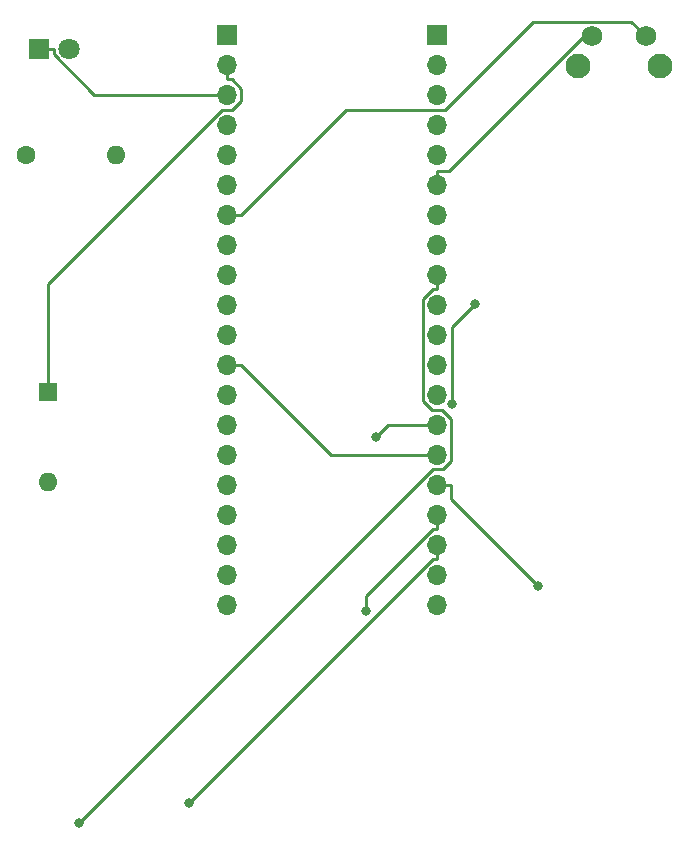
<source format=gbr>
%TF.GenerationSoftware,KiCad,Pcbnew,8.0.4*%
%TF.CreationDate,2024-08-02T18:27:15+02:00*%
%TF.ProjectId,PiChannelF,50694368-616e-46e6-956c-462e6b696361,1*%
%TF.SameCoordinates,Original*%
%TF.FileFunction,Copper,L2,Bot*%
%TF.FilePolarity,Positive*%
%FSLAX46Y46*%
G04 Gerber Fmt 4.6, Leading zero omitted, Abs format (unit mm)*
G04 Created by KiCad (PCBNEW 8.0.4) date 2024-08-02 18:27:15*
%MOMM*%
%LPD*%
G01*
G04 APERTURE LIST*
%TA.AperFunction,ComponentPad*%
%ADD10C,1.600000*%
%TD*%
%TA.AperFunction,ComponentPad*%
%ADD11O,1.600000X1.600000*%
%TD*%
%TA.AperFunction,ComponentPad*%
%ADD12R,1.800000X1.800000*%
%TD*%
%TA.AperFunction,ComponentPad*%
%ADD13C,1.800000*%
%TD*%
%TA.AperFunction,ComponentPad*%
%ADD14R,1.600000X1.600000*%
%TD*%
%TA.AperFunction,ComponentPad*%
%ADD15R,1.700000X1.700000*%
%TD*%
%TA.AperFunction,ComponentPad*%
%ADD16O,1.700000X1.700000*%
%TD*%
%TA.AperFunction,ComponentPad*%
%ADD17C,2.100000*%
%TD*%
%TA.AperFunction,ComponentPad*%
%ADD18C,1.750000*%
%TD*%
%TA.AperFunction,ViaPad*%
%ADD19C,0.800000*%
%TD*%
%TA.AperFunction,Conductor*%
%ADD20C,0.250000*%
%TD*%
G04 APERTURE END LIST*
D10*
%TO.P,R1,1*%
%TO.N,Net-(D2-A)*%
X74005000Y-38225000D03*
D11*
%TO.P,R1,2*%
%TO.N,LED*%
X81625000Y-38225000D03*
%TD*%
D12*
%TO.P,D2,1,K*%
%TO.N,GND*%
X75135000Y-29275000D03*
D13*
%TO.P,D2,2,A*%
%TO.N,Net-(D2-A)*%
X77675000Y-29275000D03*
%TD*%
D14*
%TO.P,D1,1,K*%
%TO.N,Net-(D1-K)*%
X75850000Y-58300000D03*
D11*
%TO.P,D1,2,A*%
%TO.N,+5V*%
X75850000Y-65920000D03*
%TD*%
D15*
%TO.P,J1,1,Pin_1*%
%TO.N,D0*%
X108825000Y-28085000D03*
D16*
%TO.P,J1,2,Pin_2*%
%TO.N,D1*%
X108825000Y-30625000D03*
%TO.P,J1,3,Pin_3*%
%TO.N,D2*%
X108825000Y-33165000D03*
%TO.P,J1,4,Pin_4*%
%TO.N,D3*%
X108825000Y-35705000D03*
%TO.P,J1,5,Pin_5*%
%TO.N,D4*%
X108825000Y-38245000D03*
%TO.P,J1,6,Pin_6*%
%TO.N,GND*%
X108825000Y-40785000D03*
%TO.P,J1,7,Pin_7*%
%TO.N,D5*%
X108825000Y-43325000D03*
%TO.P,J1,8,Pin_8*%
%TO.N,D6*%
X108825000Y-45865000D03*
%TO.P,J1,9,Pin_9*%
%TO.N,D7*%
X108825000Y-48405000D03*
%TO.P,J1,10,Pin_10*%
%TO.N,ROMC0*%
X108825000Y-50945000D03*
%TO.P,J1,11,Pin_11*%
%TO.N,ROMC1*%
X108825000Y-53485000D03*
%TO.P,J1,12,Pin_12*%
%TO.N,ROMC2*%
X108825000Y-56025000D03*
%TO.P,J1,13,Pin_13*%
%TO.N,ROMC3*%
X108825000Y-58565000D03*
%TO.P,J1,14,Pin_14*%
%TO.N,ROMC4*%
X108825000Y-61105000D03*
%TO.P,J1,15,Pin_15*%
%TO.N,GND*%
X108825000Y-63645000D03*
%TO.P,J1,16,Pin_16*%
%TO.N,~{INTREQ}*%
X108825000Y-66185000D03*
%TO.P,J1,17,Pin_17*%
%TO.N,PHI*%
X108825000Y-68725000D03*
%TO.P,J1,18,Pin_18*%
%TO.N,WRITE*%
X108825000Y-71265000D03*
%TO.P,J1,19,Pin_19*%
%TO.N,unconnected-(J1-Pin_19-Pad19)*%
X108825000Y-73805000D03*
%TO.P,J1,20,Pin_20*%
%TO.N,unconnected-(J1-Pin_20-Pad20)*%
X108825000Y-76345000D03*
%TD*%
D17*
%TO.P,SW1,*%
%TO.N,*%
X127725000Y-30690000D03*
X120715000Y-30690000D03*
D18*
%TO.P,SW1,1,1*%
%TO.N,RST*%
X126475000Y-28200000D03*
%TO.P,SW1,2,2*%
%TO.N,GND*%
X121975000Y-28200000D03*
%TD*%
D15*
%TO.P,J2,1,Pin_1*%
%TO.N,unconnected-(J2-Pin_1-Pad1)*%
X91050000Y-28085000D03*
D16*
%TO.P,J2,2,Pin_2*%
%TO.N,Net-(D1-K)*%
X91050000Y-30625000D03*
%TO.P,J2,3,Pin_3*%
%TO.N,GND*%
X91050000Y-33165000D03*
%TO.P,J2,4,Pin_4*%
%TO.N,unconnected-(J2-Pin_4-Pad4)*%
X91050000Y-35705000D03*
%TO.P,J2,5,Pin_5*%
%TO.N,unconnected-(J2-Pin_5-Pad5)*%
X91050000Y-38245000D03*
%TO.P,J2,6,Pin_6*%
%TO.N,GND*%
X91050000Y-40785000D03*
%TO.P,J2,7,Pin_7*%
%TO.N,RST*%
X91050000Y-43325000D03*
%TO.P,J2,8,Pin_8*%
%TO.N,unconnected-(J2-Pin_8-Pad8)*%
X91050000Y-45865000D03*
%TO.P,J2,9,Pin_9*%
%TO.N,unconnected-(J2-Pin_9-Pad9)*%
X91050000Y-48405000D03*
%TO.P,J2,10,Pin_10*%
%TO.N,unconnected-(J2-Pin_10-Pad10)*%
X91050000Y-50945000D03*
%TO.P,J2,11,Pin_11*%
%TO.N,unconnected-(J2-Pin_11-Pad11)*%
X91050000Y-53485000D03*
%TO.P,J2,12,Pin_12*%
%TO.N,GND*%
X91050000Y-56025000D03*
%TO.P,J2,13,Pin_13*%
%TO.N,LED*%
X91050000Y-58565000D03*
%TO.P,J2,14,Pin_14*%
%TO.N,unconnected-(J2-Pin_14-Pad14)*%
X91050000Y-61105000D03*
%TO.P,J2,15,Pin_15*%
%TO.N,unconnected-(J2-Pin_15-Pad15)*%
X91050000Y-63645000D03*
%TO.P,J2,16,Pin_16*%
%TO.N,unconnected-(J2-Pin_16-Pad16)*%
X91050000Y-66185000D03*
%TO.P,J2,17,Pin_17*%
%TO.N,unconnected-(J2-Pin_17-Pad17)*%
X91050000Y-68725000D03*
%TO.P,J2,18,Pin_18*%
%TO.N,unconnected-(J2-Pin_18-Pad18)*%
X91050000Y-71265000D03*
%TO.P,J2,19,Pin_19*%
%TO.N,unconnected-(J2-Pin_19-Pad19)*%
X91050000Y-73805000D03*
%TO.P,J2,20,Pin_20*%
%TO.N,unconnected-(J2-Pin_20-Pad20)*%
X91050000Y-76345000D03*
%TD*%
D19*
%TO.N,PHI*%
X102784800Y-76824300D03*
%TO.N,~{INTREQ}*%
X117387500Y-74747500D03*
%TO.N,ROMC4*%
X103617900Y-62152700D03*
%TO.N,WRITE*%
X87805900Y-93099400D03*
%TO.N,D2*%
X112032300Y-50863000D03*
X110118900Y-59368100D03*
%TO.N,D7*%
X78524000Y-94809000D03*
%TD*%
D20*
%TO.N,PHI*%
X102784800Y-75574200D02*
X102784800Y-76824300D01*
X108457300Y-69901700D02*
X102784800Y-75574200D01*
X108825000Y-69901700D02*
X108457300Y-69901700D01*
X108825000Y-68725000D02*
X108825000Y-69901700D01*
%TO.N,~{INTREQ}*%
X110001700Y-67361700D02*
X117387500Y-74747500D01*
X110001700Y-66185000D02*
X110001700Y-67361700D01*
X108825000Y-66185000D02*
X110001700Y-66185000D01*
%TO.N,ROMC4*%
X104665600Y-61105000D02*
X103617900Y-62152700D01*
X108825000Y-61105000D02*
X104665600Y-61105000D01*
%TO.N,WRITE*%
X108825000Y-71265000D02*
X108825000Y-72441700D01*
X108463600Y-72441700D02*
X87805900Y-93099400D01*
X108825000Y-72441700D02*
X108463600Y-72441700D01*
%TO.N,D2*%
X110118900Y-52776400D02*
X110118900Y-59368100D01*
X112032300Y-50863000D02*
X110118900Y-52776400D01*
%TO.N,RST*%
X91050000Y-43325000D02*
X92226700Y-43325000D01*
X125241100Y-26966100D02*
X126475000Y-28200000D01*
X116923900Y-26966100D02*
X125241100Y-26966100D01*
X109455000Y-34435000D02*
X116923900Y-26966100D01*
X101116700Y-34435000D02*
X109455000Y-34435000D01*
X92226700Y-43325000D02*
X101116700Y-34435000D01*
%TO.N,D7*%
X108502200Y-64830800D02*
X78524000Y-94809000D01*
X109354700Y-64830800D02*
X108502200Y-64830800D01*
X110017200Y-64168300D02*
X109354700Y-64830800D01*
X110017200Y-60592800D02*
X110017200Y-64168300D01*
X109259400Y-59835000D02*
X110017200Y-60592800D01*
X108359900Y-59835000D02*
X109259400Y-59835000D01*
X107602600Y-59077700D02*
X108359900Y-59835000D01*
X107602600Y-50436400D02*
X107602600Y-59077700D01*
X108457300Y-49581700D02*
X107602600Y-50436400D01*
X108825000Y-49581700D02*
X108457300Y-49581700D01*
X108825000Y-48405000D02*
X108825000Y-49581700D01*
%TO.N,GND*%
X109812400Y-39608300D02*
X108825000Y-39608300D01*
X121220700Y-28200000D02*
X109812400Y-39608300D01*
X121975000Y-28200000D02*
X121220700Y-28200000D01*
X108825000Y-40785000D02*
X108825000Y-39608300D01*
X99846700Y-63645000D02*
X108825000Y-63645000D01*
X92226700Y-56025000D02*
X99846700Y-63645000D01*
X91050000Y-56025000D02*
X92226700Y-56025000D01*
X76361700Y-29735000D02*
X76361700Y-29275000D01*
X79791700Y-33165000D02*
X76361700Y-29735000D01*
X91050000Y-33165000D02*
X79791700Y-33165000D01*
X75135000Y-29275000D02*
X76361700Y-29275000D01*
%TO.N,Net-(D1-K)*%
X75850000Y-49165800D02*
X75850000Y-58300000D01*
X90580900Y-34434900D02*
X75850000Y-49165800D01*
X91488700Y-34434900D02*
X90580900Y-34434900D01*
X92240700Y-33682900D02*
X91488700Y-34434900D01*
X92240700Y-32624700D02*
X92240700Y-33682900D01*
X91417700Y-31801700D02*
X92240700Y-32624700D01*
X91050000Y-31801700D02*
X91417700Y-31801700D01*
X91050000Y-30625000D02*
X91050000Y-31801700D01*
%TD*%
M02*

</source>
